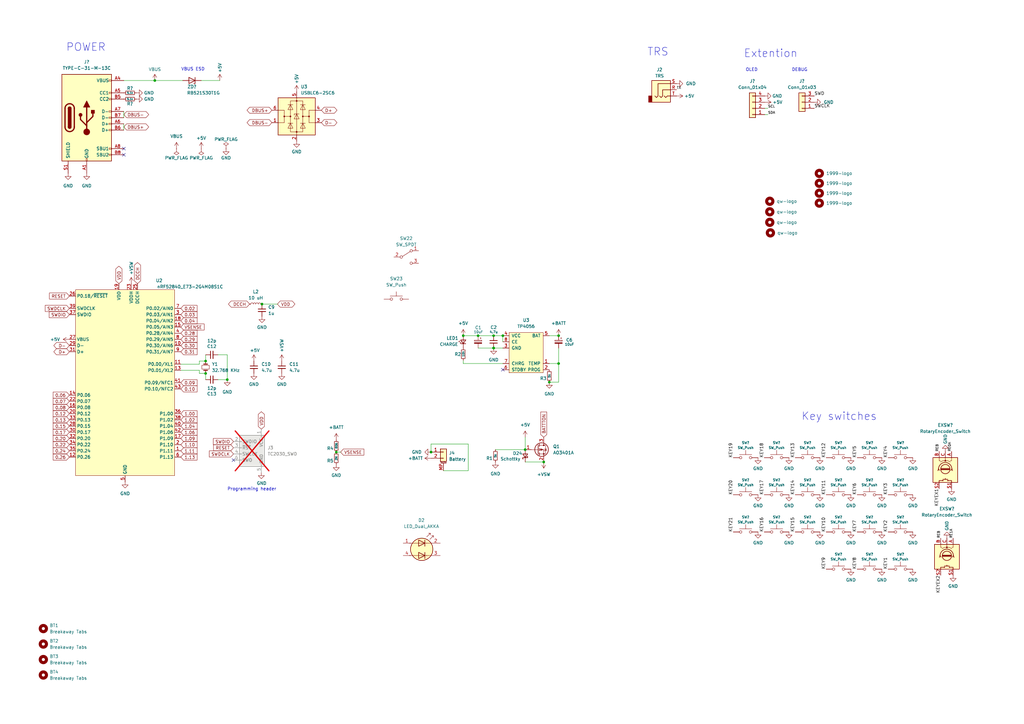
<source format=kicad_sch>
(kicad_sch (version 20230121) (generator eeschema)
  (paper "A3")
  (title_block (title "Corne Left") (date "2023-10-07") (rev "4.0.0") (company "foostan"))
  (junction (at 229.108 137.668))
  (junction (at 225.298 156.718))
  (junction (at 93.218 155.702))
  (junction (at 215.392 184.404))
  (junction (at 229.108 149.098))
  (junction (at 84.328 153.162))
  (junction (at 196.088 137.668))
  (junction (at 84.328 148.082))
  (junction (at 202.4576 142.748))
  (junction (at 107.442 124.714))
  (junction (at 137.922 185.42))
  (junction (at 189.992 137.668))
  (junction (at 63.5 33.02))
  (junction (at 223.012 189.484))
  (junction (at 202.438 137.668))
  (junction (at 206.248 137.668))
  (junction (at 176.784 185.42))
  (junction (at 202.438 142.748))
  (no_connect (at 50.8 60.96))
  (no_connect (at 206.248 151.638))
  (no_connect (at 50.8 63.5))
  (no_connect (at 95.758 188.722))
  (wire (pts (xy 196.088 142.748) (xy 202.438 142.748)))
  (wire (pts (xy 225.298 156.718) (xy 229.108 156.718)))
  (wire (pts (xy 189.992 137.668) (xy 196.088 137.668)))
  (wire (pts (xy 93.218 145.542) (xy 93.218 155.702)))
  (wire (pts (xy 89.408 145.542) (xy 93.218 145.542)))
  (wire (pts (xy 225.298 137.668) (xy 229.108 137.668)))
  (wire (pts (xy 84.328 153.162) (xy 84.328 155.702)))
  (wire (pts (xy 215.392 179.324) (xy 215.392 184.404)))
  (wire (pts (xy 192.024 193.04) (xy 192.024 182.118)))
  (wire (pts (xy 89.408 155.702) (xy 93.218 155.702)))
  (wire (pts (xy 74.168 151.892) (xy 81.788 151.892)))
  (wire (pts (xy 225.298 149.098) (xy 229.108 149.098)))
  (wire (pts (xy 206.248 149.098) (xy 189.992 149.098)))
  (wire (pts (xy 202.438 137.668) (xy 206.248 137.668)))
  (wire (pts (xy 314.96 44.45) (xy 313.69 44.45)))
  (wire (pts (xy 50.8 45.72) (xy 50.8 48.26)))
  (wire (pts (xy 137.922 185.42) (xy 139.7 185.42)))
  (wire (pts (xy 206.248 137.668) (xy 206.248 140.208)))
  (wire (pts (xy 81.788 151.892) (xy 81.788 153.162)))
  (wire (pts (xy 202.4576 142.748) (xy 206.248 142.748)))
  (wire (pts (xy 107.442 124.714) (xy 113.792 124.714)))
  (wire (pts (xy 203.2 184.404) (xy 215.392 184.404)))
  (wire (pts (xy 81.788 148.082) (xy 84.328 148.082)))
  (wire (pts (xy 196.088 137.668) (xy 202.438 137.668)))
  (wire (pts (xy 229.108 149.098) (xy 229.108 156.718)))
  (wire (pts (xy 202.438 142.748) (xy 202.4576 142.748)))
  (wire (pts (xy 314.96 46.99) (xy 313.69 46.99)))
  (wire (pts (xy 81.788 149.352) (xy 81.788 148.082)))
  (wire (pts (xy 215.392 189.484) (xy 223.012 189.484)))
  (wire (pts (xy 181.864 193.04) (xy 192.024 193.04)))
  (wire (pts (xy 63.5 33.02) (xy 74.93 33.02)))
  (wire (pts (xy 84.328 145.542) (xy 84.328 148.082)))
  (wire (pts (xy 74.168 149.352) (xy 81.788 149.352)))
  (wire (pts (xy 50.8 50.8) (xy 50.8 53.34)))
  (wire (pts (xy 229.108 142.748) (xy 229.108 149.098)))
  (wire (pts (xy 50.8 33.02) (xy 63.5 33.02)))
  (wire (pts (xy 189.992 147.828) (xy 189.992 149.098)))
  (wire (pts (xy 81.788 153.162) (xy 84.328 153.162)))
  (wire (pts (xy 192.024 182.118) (xy 176.784 182.118)))
  (wire (pts (xy 82.55 33.02) (xy 90.17 33.02)))
  (wire (pts (xy 176.784 182.118) (xy 176.784 185.42)))
  (text "Key switches" (at 328.676 172.72 0) (effects (font (size 3.175 3.175)) (justify left bottom)))
  (text "OLED" (at 305.816 29.464 0) (effects (font (size 1.27 1.27)) (justify left bottom)))
  (text "DEBUG" (at 324.739 29.464 0) (effects (font (size 1.27 1.27)) (justify left bottom)))
  (text "POWER\n" (at 27.051 21.336 0) (effects (font (size 3.175 3.175)) (justify left bottom)))
  (text "Extention" (at 305.054 23.876 0) (effects (font (size 3.175 3.175)) (justify left bottom)))
  (text "TRS" (at 265.43 23.241 0) (effects (font (size 3.175 3.175)) (justify left bottom)))
  (text "Programming header" (at 93.218 201.422 0) (effects (font (size 1.27 1.27)) (justify left bottom)))
  (text "VBUS ESD" (at 74.295 29.21 0) (effects (font (size 1.27 1.27)) (justify left bottom)))
  (label "KEY8" (at 351.536 233.426 90))
  (label "SCL" (at 314.96 44.45 0) (effects (font (size 1 1))))
  (label "KEY3" (at 364.236 202.946 90))
  (label "SDA" (at 314.96 46.99 0) (effects (font (size 1 1))))
  (label "REB" (at 385.826 220.726 90) (effects (font (size 1 1))))
  (label "KEY5" (at 351.536 187.706 90))
  (label "RE0A" (at 390.271 185.166 90) (effects (font (size 1 1))))
  (label "KEY21" (at 300.736 218.186 90))
  (label "KEY17" (at 313.436 202.946 90))
  (label "SWCLK" (at 334.01 44.45 0))
  (label "KEY20" (at 300.736 202.946 90))
  (label "KEY4" (at 364.236 187.706 90))
  (label "TX" (at 277.495 36.83 0) (effects (font (size 1 1))))
  (label "KEY18" (at 313.436 187.706 90))
  (label "KEYEX1" (at 385.191 200.406 270))
  (label "KEY7" (at 351.536 218.186 90))
  (label "KEY14" (at 326.136 202.946 90))
  (label "RE1A" (at 390.906 220.726 90) (effects (font (size 1 1))))
  (label "KEY1" (at 364.236 233.426 90))
  (label "KEY2" (at 364.236 218.186 90))
  (label "SWD" (at 334.01 39.37 0))
  (label "KEY6" (at 351.536 202.946 90))
  (label "KEY9" (at 338.836 233.426 90))
  (label "KEY13" (at 326.136 187.706 90))
  (label "KEYEX2" (at 385.826 235.966 270))
  (label "KEY15" (at 326.136 218.186 90))
  (label "KEY10" (at 338.836 218.186 90))
  (label "KEY12" (at 338.836 187.706 90))
  (label "REB" (at 385.191 185.166 90) (effects (font (size 1 1))))
  (label "KEY16" (at 313.436 218.186 90))
  (label "KEY19" (at 300.736 187.706 90))
  (label "KEY11" (at 338.836 202.946 90))
  (global_label "1.00" (shape input) (at 74.168 169.672 0) (property "Intersheetrefs" "${INTERSHEET_REFS}" (effects hide)))
  (global_label "1.04" (shape input) (at 74.168 174.752 0) (property "Intersheetrefs" "${INTERSHEET_REFS}" (effects hide)))
  (global_label "D+" (shape bidirectional) (at 131.826 45.212 0) (property "Intersheetrefs" "${INTERSHEET_REFS}" (effects hide)))
  (global_label "0.02" (shape input) (at 74.168 126.492 0) (property "Intersheetrefs" "${INTERSHEET_REFS}" (effects hide)))
  (global_label "0.03" (shape input) (at 74.168 129.032 0) (property "Intersheetrefs" "${INTERSHEET_REFS}" (effects hide)))
  (global_label "DBUS-" (shape bidirectional) (at 111.506 50.292 180) (property "Intersheetrefs" "${INTERSHEET_REFS}" (effects hide)))
  (global_label "DBUS+" (shape bidirectional) (at 50.8 52.07 0) (property "Intersheetrefs" "${INTERSHEET_REFS}" (effects hide)))
  (global_label "1.06" (shape input) (at 74.168 177.292 0) (property "Intersheetrefs" "${INTERSHEET_REFS}" (effects hide)))
  (global_label "0.20" (shape input) (at 28.448 179.832 180) (property "Intersheetrefs" "${INTERSHEET_REFS}" (effects hide)))
  (global_label "0.31" (shape input) (at 74.168 144.272 0) (property "Intersheetrefs" "${INTERSHEET_REFS}" (effects hide)))
  (global_label "1.11" (shape input) (at 74.168 184.912 0) (property "Intersheetrefs" "${INTERSHEET_REFS}" (effects hide)))
  (global_label "1.10" (shape input) (at 74.168 182.372 0) (property "Intersheetrefs" "${INTERSHEET_REFS}" (effects hide)))
  (global_label "0.13" (shape input) (at 28.448 172.212 180) (property "Intersheetrefs" "${INTERSHEET_REFS}" (effects hide)))
  (global_label "SWDIO" (shape input) (at 95.758 181.102 180) (property "Intersheetrefs" "${INTERSHEET_REFS}" (effects hide)))
  (global_label "0.28" (shape input) (at 74.168 136.652 0) (property "Intersheetrefs" "${INTERSHEET_REFS}" (effects hide)))
  (global_label "0.29" (shape input) (at 74.168 139.192 0) (property "Intersheetrefs" "${INTERSHEET_REFS}" (effects hide)))
  (global_label "0.10" (shape input) (at 74.168 159.512 0) (property "Intersheetrefs" "${INTERSHEET_REFS}" (effects hide)))
  (global_label "SWDIO" (shape input) (at 28.448 129.032 180) (property "Intersheetrefs" "${INTERSHEET_REFS}" (effects hide)))
  (global_label "D-" (shape bidirectional) (at 28.448 141.732 180) (property "Intersheetrefs" "${INTERSHEET_REFS}" (effects hide)))
  (global_label "SWDCLK" (shape input) (at 95.758 186.182 180) (property "Intersheetrefs" "${INTERSHEET_REFS}" (effects hide)))
  (global_label "DCCH" (shape bidirectional) (at 56.388 116.332 90) (property "Intersheetrefs" "${INTERSHEET_REFS}" (effects hide)))
  (global_label "DBUS+" (shape bidirectional) (at 111.506 45.212 180) (property "Intersheetrefs" "${INTERSHEET_REFS}" (effects hide)))
  (global_label "0.17" (shape input) (at 28.448 177.292 180) (property "Intersheetrefs" "${INTERSHEET_REFS}" (effects hide)))
  (global_label "SWDCLK" (shape input) (at 28.448 126.492 180) (property "Intersheetrefs" "${INTERSHEET_REFS}" (effects hide)))
  (global_label "0.26" (shape input) (at 28.448 187.452 180) (property "Intersheetrefs" "${INTERSHEET_REFS}" (effects hide)))
  (global_label "DBUS-" (shape bidirectional) (at 50.8 46.99 0) (property "Intersheetrefs" "${INTERSHEET_REFS}" (effects hide)))
  (global_label "VDD" (shape bidirectional) (at 107.188 176.022 90) (property "Intersheetrefs" "${INTERSHEET_REFS}" (effects hide)))
  (global_label "VDD" (shape bidirectional) (at 113.792 124.714 0) (property "Intersheetrefs" "${INTERSHEET_REFS}" (effects hide)))
  (global_label "1.09" (shape input) (at 74.168 179.832 0) (property "Intersheetrefs" "${INTERSHEET_REFS}" (effects hide)))
  (global_label "0.06" (shape input) (at 28.448 162.052 180) (property "Intersheetrefs" "${INTERSHEET_REFS}" (effects hide)))
  (global_label "0.09" (shape input) (at 74.168 156.972 0) (property "Intersheetrefs" "${INTERSHEET_REFS}" (effects hide)))
  (global_label "0.12" (shape input) (at 28.448 169.672 180) (property "Intersheetrefs" "${INTERSHEET_REFS}" (effects hide)))
  (global_label "VDD" (shape bidirectional) (at 48.768 116.332 90) (property "Intersheetrefs" "${INTERSHEET_REFS}" (effects hide)))
  (global_label "1.02" (shape input) (at 74.168 172.212 0) (property "Intersheetrefs" "${INTERSHEET_REFS}" (effects hide)))
  (global_label "VSENSE" (shape input) (at 74.168 134.112 0) (property "Intersheetrefs" "${INTERSHEET_REFS}" (effects hide)))
  (global_label "RESET" (shape input) (at 95.758 183.642 180) (property "Intersheetrefs" "${INTERSHEET_REFS}" (effects hide)))
  (global_label "D-" (shape bidirectional) (at 131.826 50.292 0) (property "Intersheetrefs" "${INTERSHEET_REFS}" (effects hide)))
  (global_label "0.08" (shape input) (at 28.448 167.132 180) (property "Intersheetrefs" "${INTERSHEET_REFS}" (effects hide)))
  (global_label "D+" (shape bidirectional) (at 28.448 144.272 180) (property "Intersheetrefs" "${INTERSHEET_REFS}" (effects hide)))
  (global_label "BATTTON" (shape input) (at 223.012 179.324 90) (property "Intersheetrefs" "${INTERSHEET_REFS}" (effects hide)))
  (global_label "1.13" (shape input) (at 74.168 187.452 0) (property "Intersheetrefs" "${INTERSHEET_REFS}" (effects hide)))
  (global_label "DCCH" (shape bidirectional) (at 102.362 124.714 180) (property "Intersheetrefs" "${INTERSHEET_REFS}" (effects hide)))
  (global_label "VSENSE" (shape input) (at 139.7 185.42 0) (property "Intersheetrefs" "${INTERSHEET_REFS}" (effects hide)))
  (global_label "0.30" (shape input) (at 74.168 141.732 0) (property "Intersheetrefs" "${INTERSHEET_REFS}" (effects hide)))
  (global_label "0.04" (shape input) (at 74.168 131.572 0) (property "Intersheetrefs" "${INTERSHEET_REFS}" (effects hide)))
  (global_label "0.07" (shape input) (at 28.448 164.592 180) (property "Intersheetrefs" "${INTERSHEET_REFS}" (effects hide)))
  (global_label "0.24" (shape input) (at 28.448 184.912 180) (property "Intersheetrefs" "${INTERSHEET_REFS}" (effects hide)))
  (global_label "RESET" (shape input) (at 28.448 121.412 180) (property "Intersheetrefs" "${INTERSHEET_REFS}" (effects hide)))
  (global_label "0.22" (shape input) (at 28.448 182.372 180) (property "Intersheetrefs" "${INTERSHEET_REFS}" (effects hide)))
  (global_label "0.15" (shape input) (at 28.448 174.752 180) (property "Intersheetrefs" "${INTERSHEET_REFS}" (effects hide)))
  (symbol (lib_id "power:GND") (at 55.88 38.1 90) (unit 1)
    (property "Reference" "#PWR?" (effects hide))
    (property "Value" "GND" (at 59.055 38.1 90) (effects (justify right)))
    (instances (project "corne73" (path "" (reference "#PWR?") (unit 1)) (path "" (reference "#PWR05") (unit 1))))
  )
  (symbol (lib_id "power:GND") (at 348.996 233.426 0) (unit 1)
    (property "Reference" "#PWR?" (effects hide))
    (property "Value" "GND" (at 348.996 237.871 0))
    (instances (project "corne73" (path "" (reference "#PWR?") (unit 1)) (path "" (reference "#PWR044") (unit 1))))
  )
  (symbol (lib_id "power:GND") (at 121.666 57.912 0) (unit 1)
    (property "Reference" "#PWR025" (effects hide))
    (property "Value" "GND" (at 121.666 62.23 0))
  )
  (symbol (lib_id "power:GND") (at 310.896 218.186 0) (unit 1)
    (property "Reference" "#PWR?" (effects hide))
    (property "Value" "GND" (at 310.896 222.631 0))
    (instances (project "corne73" (path "" (reference "#PWR?") (unit 1)) (path "" (reference "#PWR030") (unit 1))))
  )
  (symbol (lib_id "power:GND") (at 388.366 220.726 180) (unit 1)
    (property "Reference" "#PWR?" (effects hide))
    (property "Value" "GND" (at 388.366 215.646 90))
    (instances (project "corne73" (path "" (reference "#PWR?") (unit 1)) (path "" (reference "#PWR055") (unit 1))))
  )
  (symbol (lib_id "PCM_marbastlib-various:nRF52840_E73-2G4M08S1C") (at 51.308 156.972 0) (unit 1)
    (property "Reference" "U2" (at 65.278 115.062 0))
    (property "Value" "nRF52840_E73-2G4M08S1C" (at 77.978 117.602 0))
    (property "Footprint" "PCM_marbastlib-various:nRF52840_E73-2G4M08S1C" (effects hide))
    (property "Datasheet" "https://www.ebyte.com/en/downpdf.aspx?id=445" (effects hide))
    (property "LCSC" "C356849" (effects hide))
    (instances (project "qorne-pcb" (path "" (reference "U2") (unit 1))) (project "corne73" (path "" (reference "U1") (unit 1))) (project "Quantum-BLE" (path "" (reference "U3") (unit 1))))
  )
  (symbol (lib_id "Device:R_Small") (at 137.922 182.88 0) (unit 1)
    (property "Reference" "R4" (at 134.112 183.896 0) (effects (justify left)))
    (property "Value" "806" (at 137.9768 184.0524 90) (effects (font (size 0.8 0.8)) (justify left)))
    (property "Footprint" "Resistor_SMD:R_0603_1608Metric" (effects hide))
    (instances (project "qorne-pcb" (path "" (reference "R4") (unit 1))) (project "corne73" (path "" (reference "R3") (unit 1))) (project "Quantum-BLE" (path "" (reference "R6") (unit 1))))
  )
  (symbol (lib_id "power:GND") (at 55.88 40.64 90) (unit 1)
    (property "Reference" "#PWR?" (effects hide))
    (property "Value" "GND" (at 59.055 40.64 90) (effects (justify right)))
    (instances (project "corne73" (path "" (reference "#PWR?") (unit 1)) (path "" (reference "#PWR06") (unit 1))))
  )
  (symbol (lib_id "Switch:SW_Push") (at 356.616 187.706 0) (unit 1)
    (property "Reference" "SW?" (at 356.616 181.61 0) (effects (font (size 1 1))))
    (property "Value" "SW_Push" (at 356.616 183.642 0) (effects (font (size 1 1))))
    (property "Footprint" "kbd:keyswitch_cherrymx_hotswap_1u" (effects hide))
    (instances (project "corne73" (path "" (reference "SW?") (unit 1)) (path "" (reference "SW5") (unit 1))))
  )
  (symbol (lib_id "power:GND") (at 323.596 202.946 0) (unit 1)
    (property "Reference" "#PWR?" (effects hide))
    (property "Value" "GND" (at 323.596 207.391 0))
    (instances (project "corne73" (path "" (reference "#PWR?") (unit 1)) (path "" (reference "#PWR032") (unit 1))))
  )
  (symbol (lib_id "power:GND") (at 336.296 218.186 0) (unit 1)
    (property "Reference" "#PWR?" (effects hide))
    (property "Value" "GND" (at 336.296 222.631 0))
    (instances (project "corne73" (path "" (reference "#PWR?") (unit 1)) (path "" (reference "#PWR038") (unit 1))))
  )
  (symbol (lib_name "SW_Push_1") (lib_id "Switch:SW_Push") (at 369.316 187.706 0) (unit 1)
    (property "Reference" "SW?" (at 369.316 181.61 0) (effects (font (size 1 1))))
    (property "Value" "SW_Push" (at 369.316 183.642 0) (effects (font (size 1 1))))
    (property "Footprint" "kbd:keyswitch_cherrymx_hotswap_1u" (effects hide))
    (instances (project "corne73" (path "" (reference "SW?") (unit 1)) (path "" (reference "SW4") (unit 1))))
  )
  (symbol (lib_id "Device:C_Small") (at 107.442 127.254 0) (unit 1)
    (property "Reference" "C9" (at 109.982 125.9903 0) (effects (justify left)))
    (property "Value" "1u" (at 109.982 128.5303 0) (effects (justify left)))
    (property "Footprint" "Capacitor_SMD:C_0603_1608Metric" (effects hide))
    (property "Notes" "X7R, 10%" (effects hide))
    (instances (project "hotswap_ble" (path "" (reference "C9") (unit 1))) (project "qorne-pcb" (path "" (reference "C5") (unit 1))) (project "corne73" (path "" (reference "C4") (unit 1))) (project "osprey_rev_a" (path "" (reference "C14") (unit 1))) (project "Quantum-BLE" (path "" (reference "C4") (unit 1))))
  )
  (symbol (lib_id "power:GND") (at 348.996 202.946 0) (unit 1)
    (property "Reference" "#PWR?" (effects hide))
    (property "Value" "GND" (at 348.996 207.391 0))
    (instances (project "corne73" (path "" (reference "#PWR?") (unit 1)) (path "" (reference "#PWR042") (unit 1))))
  )
  (symbol (lib_id "Switch:SW_Push") (at 343.916 187.706 0) (unit 1)
    (property "Reference" "SW?" (at 343.916 181.61 0) (effects (font (size 1 1))))
    (property "Value" "SW_Push" (at 343.916 183.642 0) (effects (font (size 1 1))))
    (property "Footprint" "kbd:keyswitch_cherrymx_hotswap_1u" (effects hide))
    (instances (project "corne73" (path "" (reference "SW?") (unit 1)) (path "" (reference "SW12") (unit 1))))
  )
  (symbol (lib_id "Switch:SW_Push") (at 356.616 218.186 0) (unit 1)
    (property "Reference" "SW?" (at 356.616 212.09 0) (effects (font (size 1 1))))
    (property "Value" "SW_Push" (at 356.616 214.122 0) (effects (font (size 1 1))))
    (property "Footprint" "kbd:keyswitch_cherrymx_hotswap_1u" (effects hide))
    (instances (project "corne73" (path "" (reference "SW?") (unit 1)) (path "" (reference "SW7") (unit 1))))
  )
  (symbol (lib_id "power:VBUS") (at 72.39 60.96 0) (unit 1)
    (property "Reference" "#PWR?" (effects hide))
    (property "Value" "VBUS" (at 72.39 55.88 0))
    (instances (project "corne73" (path "" (reference "#PWR?") (unit 1)) (path "" (reference "#PWR011") (unit 1))))
  )
  (symbol (lib_id "Device:R_Small") (at 203.2 186.944 0) (unit 1)
    (property "Reference" "R1" (at 199.39 187.96 0) (effects (justify left)))
    (property "Value" "5k" (at 203.2 187.706 90) (effects (font (size 0.8 0.8)) (justify left)))
    (property "Footprint" "Resistor_SMD:R_0603_1608Metric" (effects hide))
    (instances (project "qorne-pcb" (path "" (reference "R1") (unit 1))) (project "corne73" (path "" (reference "R6") (unit 1))) (project "Quantum-BLE" (path "" (reference "R3") (unit 1))))
  )
  (symbol (lib_id "power:GND") (at 35.56 71.12 0) (unit 1)
    (property "Reference" "#PWR?" (effects hide))
    (property "Value" "GND" (at 35.56 76.2 0))
    (instances (project "corne73" (path "" (reference "#PWR?") (unit 1)) (path "" (reference "#PWR03") (unit 1))))
  )
  (symbol (lib_id "Switch:SW_Push") (at 305.816 218.186 0) (unit 1)
    (property "Reference" "SW?" (at 305.816 212.09 0) (effects (font (size 1 1))))
    (property "Value" "SW_Push" (at 305.816 214.122 0) (effects (font (size 1 1))))
    (property "Footprint" "kbd:keyswitch_cherrymx_hotswap_1u" (effects hide))
    (instances (project "corne73" (path "" (reference "SW?") (unit 1)) (path "" (reference "SW21") (unit 1))))
  )
  (symbol (lib_id "Connector_Generic_MountingPin:Conn_01x02_MountingPin") (at 181.864 185.42 0) (unit 1)
    (property "Reference" "J4" (at 184.15 185.7756 0) (effects (justify left)))
    (property "Value" "Battery" (at 184.15 188.3156 0) (effects (justify left)))
    (property "Footprint" "Connector_Molex:Molex_Pico-EZmate_78171-0002_1x02-1MP_P1.20mm_Vertical" (effects hide))
    (instances (project "qorne-pcb" (path "" (reference "J4") (unit 1))) (project "corne73" (path "" (reference "J6") (unit 1))) (project "Quantum-BLE" (path "" (reference "J3") (unit 1))))
  )
  (symbol (lib_id "power:GND") (at 374.396 218.186 0) (unit 1)
    (property "Reference" "#PWR?" (effects hide))
    (property "Value" "GND" (at 374.396 222.631 0))
    (instances (project "corne73" (path "" (reference "#PWR?") (unit 1)) (path "" (reference "#PWR052") (unit 1))))
  )
  (symbol (lib_id "Switch:SW_Push") (at 305.816 187.706 0) (unit 1)
    (property "Reference" "SW?" (at 305.816 181.61 0) (effects (font (size 1 1))))
    (property "Value" "SW_Push" (at 305.816 183.642 0) (effects (font (size 1 1))))
    (property "Footprint" "kbd:keyswitch_cherrymx_hotswap_1u" (effects hide))
    (instances (project "corne73" (path "" (reference "SW?") (unit 1)) (path "" (reference "SW19") (unit 1))))
  )
  (symbol (lib_id "Device:C_Polarized_Small") (at 229.108 140.208 0) (mirror y) (unit 1)
    (property "Reference" "C6" (at 232.156 139.446 0) (effects (justify right)))
    (property "Value" "10uF" (at 231.648 141.224 0) (effects (font (size 1 1)) (justify right)))
    (property "Footprint" "Capacitor_Tantalum_SMD:CP_EIA-2012-12_Kemet-R" (effects hide))
    (instances (project "qorne-pcb" (path "" (reference "C6") (unit 1))) (project "corne73" (path "" (reference "C8") (unit 1))) (project "Quantum-BLE" (path "" (reference "C3") (unit 1))))
  )
  (symbol (lib_id "power:+VSW") (at 53.848 116.332 0) (unit 1)
    (property "Reference" "#PWR019" (effects hide))
    (property "Value" "+VSW" (at 53.848 109.982 90))
    (instances (project "hotswap_ble" (path "" (reference "#PWR019") (unit 1))) (project "qorne-pcb" (path "" (reference "#PWR011") (unit 1))) (project "corne73" (path "" (reference "#PWR08") (unit 1))) (project "osprey_rev_a" (path "" (reference "#PWR019") (unit 1))) (project "Quantum-BLE" (path "" (reference "#PWR018") (unit 1))))
  )
  (symbol (lib_id "power:GND") (at 310.896 187.706 0) (unit 1)
    (property "Reference" "#PWR?" (effects hide))
    (property "Value" "GND" (at 310.896 192.151 0))
    (instances (project "corne73" (path "" (reference "#PWR?") (unit 1)) (path "" (reference "#PWR028") (unit 1))))
  )
  (symbol (lib_id "Switch:SW_Push") (at 356.616 202.946 0) (unit 1)
    (property "Reference" "SW?" (at 356.616 196.85 0) (effects (font (size 1 1))))
    (property "Value" "SW_Push" (at 356.616 198.882 0) (effects (font (size 1 1))))
    (property "Footprint" "kbd:keyswitch_cherrymx_hotswap_1u" (effects hide))
    (instances (project "corne73" (path "" (reference "SW?") (unit 1)) (path "" (reference "SW6") (unit 1))))
  )
  (symbol (lib_id "Mechanical:MountingHole") (at 315.976 95.504 0) (unit 1) (in_bom no)
    (property "Reference" "H13" (effects hide))
    (property "Value" "qw-logo" (at 318.77 95.504 0) (effects (justify left)))
    (property "Footprint" "qw-logo:qw new logo silk + copper sm" (effects hide))
    (instances (project "qorne-pcb" (path "" (reference "H13") (unit 1))) (project "corne73" (path "" (reference "H4") (unit 1))))
  )
  (symbol (lib_id "power:+5V") (at 313.69 41.91 270) (unit 1)
    (property "Reference" "#PWR?" (effects hide))
    (property "Value" "+5V" (at 316.865 41.91 90) (effects (justify left)))
    (instances (project "corne73" (path "" (reference "#PWR?") (unit 1)) (path "" (reference "#PWR061") (unit 1))))
  )
  (symbol (lib_id "Device:LED_Dual_AKKA") (at 172.974 225.298 0) (unit 1)
    (property "Reference" "D2" (at 172.847 213.36 0))
    (property "Value" "LED_Dual_AKKA" (at 172.847 215.9 0))
  )
  (symbol (lib_id "power:GND") (at 203.2 189.484 0) (unit 1)
    (property "Reference" "#PWR09" (effects hide))
    (property "Value" "GND" (at 203.2 194.31 0))
    (instances (project "qorne-pcb" (path "" (reference "#PWR09") (unit 1))) (project "corne73" (path "" (reference "#PWR027") (unit 1))) (project "Quantum-BLE" (path "" (reference "#PWR014") (unit 1))))
  )
  (symbol (lib_id "power:GND") (at 336.296 202.946 0) (unit 1)
    (property "Reference" "#PWR?" (effects hide))
    (property "Value" "GND" (at 336.296 207.391 0))
    (instances (project "corne73" (path "" (reference "#PWR?") (unit 1)) (path "" (reference "#PWR037") (unit 1))))
  )
  (symbol (lib_id "Switch:SW_Push") (at 369.316 233.426 0) (unit 1)
    (property "Reference" "SW?" (at 369.316 227.33 0) (effects (font (size 1 1))))
    (property "Value" "SW_Push" (at 369.316 229.362 0) (effects (font (size 1 1))))
    (property "Footprint" "kbd:keyswitch_cherrymx_hotswap_1.5u" (effects hide))
    (instances (project "corne73" (path "" (reference "SW?") (unit 1)) (path "" (reference "SW1") (unit 1))))
  )
  (symbol (lib_id "Switch:SW_Push") (at 331.216 202.946 0) (unit 1)
    (property "Reference" "SW?" (at 331.216 196.85 0) (effects (font (size 1 1))))
    (property "Value" "SW_Push" (at 331.216 198.882 0) (effects (font (size 1 1))))
    (property "Footprint" "kbd:keyswitch_cherrymx_hotswap_1u" (effects hide))
    (instances (project "corne73" (path "" (reference "SW?") (unit 1)) (path "" (reference "SW14") (unit 1))))
  )
  (symbol (lib_id "Mechanical:MountingHole") (at 17.78 264.16 0) (unit 1)
    (property "Reference" "BT2" (at 20.32 262.89 0) (effects (justify left)))
    (property "Value" "Breakaway Tabs" (at 20.32 265.43 0) (effects (justify left)))
    (property "Footprint" "kbd_local:Breakaway_Tabs" (effects hide))
  )
  (symbol (lib_id "Switch:SW_Push") (at 318.516 202.946 0) (unit 1)
    (property "Reference" "SW?" (at 318.516 196.85 0) (effects (font (size 1 1))))
    (property "Value" "SW_Push" (at 318.516 198.882 0) (effects (font (size 1 1))))
    (property "Footprint" "kbd:keyswitch_cherrymx_hotswap_1u" (effects hide))
    (instances (project "corne73" (path "" (reference "SW?") (unit 1)) (path "" (reference "SW17") (unit 1))))
  )
  (symbol (lib_id "PCM_marbastlib-various:TP4056") (at 216.408 144.018 0) (unit 1)
    (property "Reference" "U3" (at 215.773 131.318 0))
    (property "Value" "TP4056" (at 215.773 133.858 0))
    (property "Footprint" "qw-footprints:CustomTP4056" (effects hide))
    (property "Datasheet" "https://datasheet.lcsc.com/szlcsc/1906261508_Nanjing-Extension-Microelectronics-TP4056-42-ESOP8_C16581.pdf" (effects hide))
    (property "LCSC" "C16581" (effects hide))
    (instances (project "qorne-pcb" (path "" (reference "U3") (unit 1))) (project "corne73" (path "" (reference "U2") (unit 1))) (project "Quantum-BLE" (path "" (reference "U2") (unit 1))))
  )
  (symbol (lib_id "Device:Crystal_Small") (at 84.328 150.622 90) (unit 1)
    (property "Reference" "Y1" (at 86.868 149.352 90) (effects (justify right)))
    (property "Value" "32.768 KHz" (at 86.868 151.892 90) (effects (justify right)))
    (property "Footprint" "Crystal:Crystal_SMD_2012-2Pin_2.0x1.2mm" (effects hide))
    (property "Datasheet" "https://datasheet.lcsc.com/szlcsc/KDS-Daishinku-KDS-32-768KHz-12-5PF-20ppm_C93231.pdf" (effects hide))
    (property "LCSC" "C55208" (effects hide))
  )
  (symbol (lib_id "power:GND") (at 336.296 187.706 0) (unit 1)
    (property "Reference" "#PWR?" (effects hide))
    (property "Value" "GND" (at 336.296 192.151 0))
    (instances (project "corne73" (path "" (reference "#PWR?") (unit 1)) (path "" (reference "#PWR036") (unit 1))))
  )
  (symbol (lib_id "power:GND") (at 334.01 41.91 90) (unit 1)
    (property "Reference" "#PWR?" (effects hide))
    (property "Value" "GND" (at 337.82 41.91 90) (effects (justify right)))
    (instances (project "corne73" (path "" (reference "#PWR?") (unit 1)) (path "" (reference "#PWR062") (unit 1))))
  )
  (symbol (lib_id "power:PWR_FLAG") (at 92.71 60.96 0) (unit 1)
    (property "Reference" "#FLG?" (effects hide))
    (property "Value" "PWR_FLAG" (at 92.71 57.15 0))
    (instances (project "corne73" (path "" (reference "#FLG?") (unit 1)) (path "" (reference "#FLG03") (unit 1))))
  )
  (symbol (lib_id "power:GND") (at 107.442 129.794 0) (unit 1)
    (property "Reference" "#PWR020" (effects hide))
    (property "Value" "GND" (at 107.442 134.239 0))
    (instances (project "hotswap_ble" (path "" (reference "#PWR020") (unit 1))) (project "qorne-pcb" (path "" (reference "#PWR018") (unit 1))) (project "corne73" (path "" (reference "#PWR015") (unit 1))) (project "osprey_rev_a" (path "" (reference "#PWR028") (unit 1))) (project "Quantum-BLE" (path "" (reference "#PWR017") (unit 1))))
  )
  (symbol (lib_id "Device:C_Small") (at 104.14 150.622 0) (unit 1)
    (property "Reference" "C10" (at 107.188 149.3583 0) (effects (justify left)))
    (property "Value" "4.7u" (at 107.188 151.8983 0) (effects (justify left)))
    (property "Footprint" "Capacitor_SMD:C_0603_1608Metric" (effects hide))
    (property "Notes" "X7R, 10%" (effects hide))
    (instances (project "hotswap_ble" (path "" (reference "C10") (unit 1))) (project "qorne-pcb" (path "" (reference "C7") (unit 1))) (project "corne73" (path "" (reference "C3") (unit 1))) (project "osprey_rev_a" (path "" (reference "C19") (unit 1))) (project "Quantum-BLE" (path "" (reference "C7") (unit 1))))
  )
  (symbol (lib_id "Mechanical:MountingHole") (at 336.042 79.248 0) (unit 1) (in_bom no)
    (property "Reference" "H16" (effects hide))
    (property "Value" "1999-logo" (at 338.836 79.248 0) (effects (justify left)))
    (property "Footprint" "1999:1999 logo md" (effects hide))
    (instances (project "qorne-pcb" (path "" (reference "H16") (unit 1))) (project "corne73" (path "" (reference "H7") (unit 1))))
  )
  (symbol (lib_id "Device:C_Small") (at 202.438 140.208 0) (mirror y) (unit 1)
    (property "Reference" "C2" (at 203.8079 134.2604 0) (effects (justify left)))
    (property "Value" "4.7u" (at 204.216 136.144 0) (effects (font (size 1 1)) (justify left)))
    (property "Footprint" "Capacitor_SMD:C_0603_1608Metric" (effects hide))
    (instances (project "qorne-pcb" (path "" (reference "C2") (unit 1))) (project "corne73" (path "" (reference "C7") (unit 1))) (project "Quantum-BLE" (path "" (reference "C1") (unit 1))))
  )
  (symbol (lib_id "Device:C_Small") (at 86.868 145.542 90) (unit 1)
    (property "Reference" "C12" (at 86.868 142.0622 90))
    (property "Value" "12p" (at 86.868 139.7508 90))
    (property "Footprint" "Capacitor_SMD:C_0603_1608Metric" (effects hide))
    (property "Notes" "NP0, 2%" (effects hide))
    (instances (project "hotswap_ble" (path "" (reference "C12") (unit 1))) (project "qorne-pcb" (path "" (reference "C3") (unit 1))) (project "corne73" (path "" (reference "C1") (unit 1))) (project "osprey_rev_a" (path "" (reference "C1") (unit 1))) (project "Quantum-BLE" (path "" (reference "C5") (unit 1))))
  )
  (symbol (lib_id "Switch:SW_Push") (at 318.516 218.186 0) (unit 1)
    (property "Reference" "SW?" (at 318.516 212.09 0) (effects (font (size 1 1))))
    (property "Value" "SW_Push" (at 318.516 214.122 0) (effects (font (size 1 1))))
    (property "Footprint" "kbd:keyswitch_cherrymx_hotswap_1u" (effects hide))
    (instances (project "corne73" (path "" (reference "SW?") (unit 1)) (path "" (reference "SW16") (unit 1))))
  )
  (symbol (lib_id "Mechanical:MountingHole") (at 315.722 91.186 0) (unit 1) (in_bom no)
    (property "Reference" "H12" (effects hide))
    (property "Value" "qw-logo" (at 318.516 91.186 0) (effects (justify left)))
    (property "Footprint" "qw-logo:qw new logo silk + copper sm" (effects hide))
    (instances (project "qorne-pcb" (path "" (reference "H12") (unit 1))) (project "corne73" (path "" (reference "H3") (unit 1))))
  )
  (symbol (lib_id "power:+BATT") (at 137.922 180.34 0) (unit 1)
    (property "Reference" "#PWR03" (effects hide))
    (property "Value" "+BATT" (at 137.922 175.26 0))
    (instances (project "qorne-pcb" (path "" (reference "#PWR03") (unit 1))) (project "corne73" (path "" (reference "#PWR020") (unit 1))) (project "Quantum-BLE" (path "" (reference "#PWR09") (unit 1))))
  )
  (symbol (lib_id "Switch:SW_Push") (at 331.216 218.186 0) (unit 1)
    (property "Reference" "SW?" (at 331.216 212.09 0) (effects (font (size 1 1))))
    (property "Value" "SW_Push" (at 331.216 214.122 0) (effects (font (size 1 1))))
    (property "Footprint" "kbd:keyswitch_cherrymx_hotswap_1u" (effects hide))
    (instances (project "corne73" (path "" (reference "SW?") (unit 1)) (path "" (reference "SW15") (unit 1))))
  )
  (symbol (lib_id "Device:RotaryEncoder_Switch") (at 388.366 228.346 270) (unit 1)
    (property "Reference" "EXSW?" (at 388.366 208.661 90))
    (property "Value" "RotaryEncoder_Switch" (at 388.366 211.201 90))
    (property "Footprint" "kbd_local:keyswitch_cherrymx_hotswap_1u_rotary_encoder_ec12" (effects hide))
    (instances (project "corne73" (path "" (reference "EXSW?") (unit 1)) (path "" (reference "EXSW2") (unit 1))))
  )
  (symbol (lib_id "Power_Protection:USBLC6-2SC6") (at 121.666 47.752 0) (unit 1)
    (property "Reference" "U3" (at 123.3171 35.56 0) (effects (justify left)))
    (property "Value" "USBLC6-2SC6" (at 123.3171 38.1 0) (effects (justify left)))
    (property "Footprint" "Package_TO_SOT_SMD:SOT-23-6" (effects hide))
    (property "Datasheet" "https://www.st.com/resource/en/datasheet/usblc6-2.pdf" (effects hide))
  )
  (symbol (lib_id "Switch:SW_Push") (at 318.516 187.706 0) (unit 1)
    (property "Reference" "SW?" (at 318.516 181.61 0) (effects (font (size 1 1))))
    (property "Value" "SW_Push" (at 318.516 183.642 0) (effects (font (size 1 1))))
    (property "Footprint" "kbd:keyswitch_cherrymx_hotswap_1u" (effects hide))
    (instances (project "corne73" (path "" (reference "SW?") (unit 1)) (path "" (reference "SW18") (unit 1))))
  )
  (symbol (lib_id "power:+5V") (at 121.666 37.592 0) (unit 1)
    (property "Reference" "#PWR?" (effects hide))
    (property "Value" "+5V" (at 121.666 34.417 90) (effects (justify left)))
    (instances (project "corne73" (path "" (reference "#PWR?") (unit 1)) (path "" (reference "#PWR045") (unit 1))))
  )
  (symbol (lib_id "power:GND") (at 348.996 187.706 0) (unit 1)
    (property "Reference" "#PWR?" (effects hide))
    (property "Value" "GND" (at 348.996 192.151 0))
    (instances (project "corne73" (path "" (reference "#PWR?") (unit 1)) (path "" (reference "#PWR041") (unit 1))))
  )
  (symbol (lib_id "power:GND") (at 374.396 233.426 0) (unit 1)
    (property "Reference" "#PWR?" (effects hide))
    (property "Value" "GND" (at 374.396 237.871 0))
    (instances (project "corne73" (path "" (reference "#PWR?") (unit 1)) (path "" (reference "#PWR053") (unit 1))))
  )
  (symbol (lib_id "Mechanical:MountingHole") (at 336.042 71.12 0) (unit 1) (in_bom no)
    (property "Reference" "H14" (effects hide))
    (property "Value" "1999-logo" (at 338.836 71.12 0) (effects (justify left)))
    (property "Footprint" "1999:1999 logo md" (effects hide))
    (instances (project "qorne-pcb" (path "" (reference "H14") (unit 1))) (project "corne73" (path "" (reference "H5") (unit 1))))
  )
  (symbol (lib_id "power:GND") (at 202.4576 142.748 0) (unit 1)
    (property "Reference" "#PWR016" (effects hide))
    (property "Value" "GND" (at 202.4576 147.574 0))
    (instances (project "qorne-pcb" (path "" (reference "#PWR016") (unit 1))) (project "corne73" (path "" (reference "#PWR026") (unit 1))) (project "Quantum-BLE" (path "" (reference "#PWR05") (unit 1))))
  )
  (symbol (lib_id "power:GND") (at 313.69 39.37 90) (unit 1)
    (property "Reference" "#PWR?" (effects hide))
    (property "Value" "GND" (at 318.77 39.37 90))
    (instances (project "corne73" (path "" (reference "#PWR?") (unit 1)) (path "" (reference "#PWR060") (unit 1))))
  )
  (symbol (lib_id "power:+VSW") (at 223.012 189.484 180) (unit 1)
    (property "Reference" "#PWR014" (effects hide))
    (property "Value" "+VSW" (at 223.012 194.564 0))
    (instances (project "qorne-pcb" (path "" (reference "#PWR014") (unit 1))) (project "corne73" (path "" (reference "#PWR035") (unit 1))) (project "Quantum-BLE" (path "" (reference "#PWR013") (unit 1))))
  )
  (symbol (lib_id "power:+5V") (at 215.392 179.324 0) (unit 1)
    (property "Reference" "#PWR012" (effects hide))
    (property "Value" "+5V" (at 215.392 174.244 0))
    (instances (project "qorne-pcb" (path "" (reference "#PWR012") (unit 1))) (project "corne73" (path "" (reference "#PWR034") (unit 1))) (project "Quantum-BLE" (path "" (reference "#PWR012") (unit 1))))
  )
  (symbol (lib_id "power:GND") (at 361.696 233.426 0) (unit 1)
    (property "Reference" "#PWR?" (effects hide))
    (property "Value" "GND" (at 361.696 237.871 0))
    (instances (project "corne73" (path "" (reference "#PWR?") (unit 1)) (path "" (reference "#PWR049") (unit 1))))
  )
  (symbol (lib_id "Diode:ESD5Zxx") (at 78.74 33.02 180) (unit 1)
    (property "Reference" "ZD?" (at 80.645 35.56 0) (effects (justify left)))
    (property "Value" "RB521S30T1G" (at 90.17 38.1 0) (effects (justify left)))
    (property "Footprint" "Diode_SMD:D_SOD-523" (effects hide))
    (property "JLCPCB Part #" "C145179" (effects hide))
    (instances (project "corne73" (path "" (reference "ZD?") (unit 1)) (path "" (reference "ZD1") (unit 1))))
  )
  (symbol (lib_id "power:GND") (at 323.596 218.186 0) (unit 1)
    (property "Reference" "#PWR?" (effects hide))
    (property "Value" "GND" (at 323.596 222.631 0))
    (instances (project "corne73" (path "" (reference "#PWR?") (unit 1)) (path "" (reference "#PWR033") (unit 1))))
  )
  (symbol (lib_id "PCM_marbastlib-various:TC2030_SWD") (at 102.108 186.182 0) (unit 1) (in_bom no) (dnp yes)
    (property "Reference" "J3" (at 109.728 183.642 0) (effects (justify left)))
    (property "Value" "TC2030_SWD" (at 109.728 186.182 0) (effects (justify left)))
    (property "Footprint" "PCM_marbastlib-various:CON_TC2030_outlined" (effects hide))
    (property "Datasheet" " ~" (effects hide))
    (instances (project "hotswap_ble" (path "" (reference "J3") (unit 1))) (project "qorne-pcb" (path "" (reference "J2") (unit 1))) (project "corne73" (path "" (reference "J5") (unit 1))) (project "Quantum-BLE" (path "" (reference "J2") (unit 1))))
  )
  (symbol (lib_id "power:+VSW") (at 115.57 148.082 0) (unit 1)
    (property "Reference" "#PWR018" (effects hide))
    (property "Value" "+VSW" (at 115.57 141.732 90))
    (instances (project "hotswap_ble" (path "" (reference "#PWR018") (unit 1))) (project "qorne-pcb" (path "" (reference "#PWR023") (unit 1))) (project "corne73" (path "" (reference "#PWR018") (unit 1))) (project "osprey_rev_a" (path "" (reference "#PWR019") (unit 1))) (project "Quantum-BLE" (path "" (reference "#PWR023") (unit 1))))
  )
  (symbol (lib_id "power:+5V") (at 90.17 33.02 0) (unit 1)
    (property "Reference" "#PWR?" (effects hide))
    (property "Value" "+5V" (at 90.17 29.845 90) (effects (justify left)))
    (instances (project "corne73" (path "" (reference "#PWR?") (unit 1)) (path "" (reference "#PWR016") (unit 1))))
  )
  (symbol (lib_id "Switch:SW_Push") (at 369.316 218.186 0) (unit 1)
    (property "Reference" "SW?" (at 369.316 212.09 0) (effects (font (size 1 1))))
    (property "Value" "SW_Push" (at 369.316 214.122 0) (effects (font (size 1 1))))
    (property "Footprint" "kbd:keyswitch_cherrymx_hotswap_1u" (effects hide))
    (instances (project "corne73" (path "" (reference "SW?") (unit 1)) (path "" (reference "SW2") (unit 1))))
  )
  (symbol (lib_id "Mechanical:MountingHole") (at 17.78 270.51 0) (unit 1)
    (property "Reference" "BT3" (at 20.32 269.24 0) (effects (justify left)))
    (property "Value" "Breakaway Tabs" (at 20.32 271.78 0) (effects (justify left)))
    (property "Footprint" "kbd_local:Breakaway_Tabs" (effects hide))
  )
  (symbol (lib_id "Device:LED_Small") (at 189.992 140.208 90) (unit 1)
    (property "Reference" "LED1" (at 183.134 138.684 90) (effects (justify right)))
    (property "Value" "CHARGE" (at 180.34 141.224 90) (effects (justify right)))
    (property "Footprint" "LED_SMD:LED_0805_2012Metric" (effects hide))
  )
  (symbol (lib_id "Connector_Generic:Conn_01x04") (at 308.61 44.45 180) (unit 1)
    (property "Reference" "J?" (at 308.61 33.274 0))
    (property "Value" "Conn_01x04" (at 308.61 35.814 0))
    (property "Footprint" "kbd_local:OLED" (effects hide))
    (instances (project "corne73" (path "" (reference "J?") (unit 1)) (path "" (reference "J3") (unit 1))))
  )
  (symbol (lib_id "power:VBUS") (at 63.5 33.02 0) (unit 1)
    (property "Reference" "#PWR?" (effects hide))
    (property "Value" "VBUS" (at 63.5 28.448 0))
    (instances (project "corne73" (path "" (reference "#PWR?") (unit 1)) (path "" (reference "#PWR083") (unit 1))))
  )
  (symbol (lib_id "Mechanical:MountingHole") (at 17.78 276.86 0) (unit 1)
    (property "Reference" "BT4" (at 20.32 275.59 0) (effects (justify left)))
    (property "Value" "Breakaway Tabs" (at 20.32 278.13 0) (effects (justify left)))
    (property "Footprint" "kbd_local:Breakaway_Tabs" (effects hide))
  )
  (symbol (lib_id "power:GND") (at 361.696 187.706 0) (unit 1)
    (property "Reference" "#PWR?" (effects hide))
    (property "Value" "GND" (at 361.696 192.151 0))
    (instances (project "corne73" (path "" (reference "#PWR?") (unit 1)) (path "" (reference "#PWR046") (unit 1))))
  )
  (symbol (lib_id "power:GND") (at 92.71 60.96 0) (unit 1)
    (property "Reference" "#PWR?" (effects hide))
    (property "Value" "GND" (at 92.71 64.77 0))
    (instances (project "corne73" (path "" (reference "#PWR?") (unit 1)) (path "" (reference "#PWR017") (unit 1))))
  )
  (symbol (lib_id "Connector:USB_C_Receptacle_USB2.0") (at 35.56 48.26 0) (unit 1)
    (property "Reference" "J?" (at 35.56 25.4 0))
    (property "Value" "TYPE-C-31-M-13C" (at 35.56 27.94 0))
    (property "Footprint" "kbd_local:TYPE-C-31-M-13C" (effects hide))
    (property "Datasheet" "https://www.usb.org/sites/default/files/documents/usb_type-c.zip" (effects hide))
    (property "JLCPCB Part #" "C2848620" (effects hide))
    (instances (project "corne73" (path "" (reference "J?") (unit 1)) (path "" (reference "J1") (unit 1))))
  )
  (symbol (lib_id "power:GND") (at 323.596 187.706 0) (unit 1)
    (property "Reference" "#PWR?" (effects hide))
    (property "Value" "GND" (at 323.596 192.151 0))
    (instances (project "corne73" (path "" (reference "#PWR?") (unit 1)) (path "" (reference "#PWR031") (unit 1))))
  )
  (symbol (lib_id "power:GND") (at 390.271 200.406 0) (unit 1)
    (property "Reference" "#PWR?" (effects hide))
    (property "Value" "GND" (at 390.271 204.851 0))
    (instances (project "corne73" (path "" (reference "#PWR?") (unit 1)) (path "" (reference "#PWR056") (unit 1))))
  )
  (symbol (lib_id "power:GND") (at 107.188 193.802 0) (unit 1)
    (property "Reference" "#PWR024" (effects hide))
    (property "Value" "GND" (at 107.315 198.1962 0))
    (instances (project "hotswap_ble" (path "" (reference "#PWR024") (unit 1))) (project "qorne-pcb" (path "" (reference "#PWR026") (unit 1))) (project "corne73" (path "" (reference "#PWR013") (unit 1))) (project "osprey_rev_a" (path "" (reference "#PWR09") (unit 1))) (project "Quantum-BLE" (path "" (reference "#PWR020") (unit 1))))
  )
  (symbol (lib_id "power:GND") (at 176.784 185.42 270) (unit 1)
    (property "Reference" "#PWR020" (effects hide))
    (property "Value" "GND" (at 172.974 185.42 90) (effects (justify right)))
    (instances (project "hotswap_ble" (path "" (reference "#PWR020") (unit 1))) (project "qorne-pcb" (path "" (reference "#PWR028") (unit 1))) (project "corne73" (path "" (reference "#PWR022") (unit 1))) (project "osprey_rev_a" (path "" (reference "#PWR028") (unit 1))) (project "Quantum-BLE" (path "" (reference "#PWR029") (unit 1))))
  )
  (symbol (lib_id "Switch:SW_Push") (at 343.916 202.946 0) (unit 1)
    (property "Reference" "SW?" (at 343.916 196.85 0) (effects (font (size 1 1))))
    (property "Value" "SW_Push" (at 343.916 198.882 0) (effects (font (size 1 1))))
    (property "Footprint" "kbd:keyswitch_cherrymx_hotswap_1u" (effects hide))
    (instances (project "corne73" (path "" (reference "SW?") (unit 1)) (path "" (reference "SW11") (unit 1))))
  )
  (symbol (lib_id "power:+BATT") (at 229.108 137.668 0) (unit 1)
    (property "Reference" "#PWR020" (effects hide))
    (property "Value" "+BATT" (at 229.108 132.588 0))
    (instances (project "qorne-pcb" (path "" (reference "#PWR020") (unit 1))) (project "corne73" (path "" (reference "#PWR040") (unit 1))) (project "Quantum-BLE" (path "" (reference "#PWR09") (unit 1))))
  )
  (symbol (lib_id "power:+5V") (at 104.14 148.082 0) (unit 1)
    (property "Reference" "#PWR017" (effects hide))
    (property "Value" "+5V" (at 104.521 143.6878 0))
    (instances (project "hotswap_ble" (path "" (reference "#PWR017") (unit 1))) (project "qorne-pcb" (path "" (reference "#PWR021") (unit 1))) (project "corne73" (path "" (reference "#PWR010") (unit 1))) (project "osprey_rev_a" (path "" (reference "#PWR015") (unit 1))) (project "Quantum-BLE" (path "" (reference "#PWR022") (unit 1))))
  )
  (symbol (lib_id "Connector_Generic:Conn_01x03") (at 328.93 41.91 180) (unit 1)
    (property "Reference" "J?" (at 328.93 33.274 0))
    (property "Value" "Conn_01x03" (at 328.93 35.814 0))
    (property "Footprint" "Connector_PinHeader_2.54mm:PinHeader_1x03_P2.54mm_Vertical" (effects hide))
    (instances (project "corne73" (path "" (reference "J?") (unit 1)) (path "" (reference "J4") (unit 1))))
  )
  (symbol (lib_id "power:GND") (at 93.218 155.702 0) (unit 1)
    (property "Reference" "#PWR026" (effects hide))
    (property "Value" "GND" (at 93.218 160.782 0))
    (instances (project "hotswap_ble" (path "" (reference "#PWR026") (unit 1))) (project "qorne-pcb" (path "" (reference "#PWR017") (unit 1))) (project "corne73" (path "" (reference "#PWR09") (unit 1))) (project "osprey_rev_a" (path "" (reference "#PWR028") (unit 1))) (project "Quantum-BLE" (path "" (reference "#PWR021") (unit 1))))
  )
  (symbol (lib_id "power:GND") (at 27.94 71.12 0) (unit 1)
    (property "Reference" "#PWR?" (effects hide))
    (property "Value" "GND" (at 27.94 76.2 0))
    (instances (project "corne73" (path "" (reference "#PWR?") (unit 1)) (path "" (reference "#PWR01") (unit 1))))
  )
  (symbol (lib_id "power:+5V") (at 277.495 39.37 270) (unit 1)
    (property "Reference" "#PWR?" (effects hide))
    (property "Value" "+5V" (at 280.67 39.37 90) (effects (justify left)))
    (instances (project "corne73" (path "" (reference "#PWR?") (unit 1)) (path "" (reference "#PWR079") (unit 1))))
  )
  (symbol (lib_id "power:GND") (at 361.696 218.186 0) (unit 1)
    (property "Reference" "#PWR?" (effects hide))
    (property "Value" "GND" (at 361.696 222.631 0))
    (instances (project "corne73" (path "" (reference "#PWR?") (unit 1)) (path "" (reference "#PWR048") (unit 1))))
  )
  (symbol (lib_id "Switch:SW_Push") (at 305.816 202.946 0) (unit 1)
    (property "Reference" "SW?" (at 305.816 196.85 0) (effects (font (size 1 1))))
    (property "Value" "SW_Push" (at 305.816 198.882 0) (effects (font (size 1 1))))
    (property "Footprint" "kbd:keyswitch_cherrymx_hotswap_1u" (effects hide))
    (instances (project "corne73" (path "" (reference "SW?") (unit 1)) (path "" (reference "SW20") (unit 1))))
  )
  (symbol (lib_id "power:GND") (at 374.396 187.706 0) (unit 1)
    (property "Reference" "#PWR?" (effects hide))
    (property "Value" "GND" (at 374.396 192.151 0))
    (instances (project "corne73" (path "" (reference "#PWR?") (unit 1)) (path "" (reference "#PWR050") (unit 1))))
  )
  (symbol (lib_id "Device:R_Small") (at 53.34 40.64 270) (unit 1)
    (property "Reference" "R?" (at 53.34 42.545 90))
    (property "Value" "5.1k" (at 53.34 40.64 90) (effects (font (size 0.762 0.762))))
    (property "Footprint" "Resistor_SMD:R_0402_1005Metric" (effects hide))
    (instances (project "corne73" (path "" (reference "R?") (unit 1)) (path "" (reference "R2") (unit 1))))
  )
  (symbol (lib_id "power:GND") (at 137.922 190.5 0) (unit 1)
    (property "Reference" "#PWR022" (effects hide))
    (property "Value" "GND" (at 137.922 194.945 0))
    (instances (project "hotswap_ble" (path "" (reference "#PWR022") (unit 1))) (project "qorne-pcb" (path "" (reference "#PWR031") (unit 1))) (project "corne73" (path "" (reference "#PWR021") (unit 1))) (project "osprey_rev_a" (path "" (reference "#PWR028") (unit 1))) (project "Quantum-BLE" (path "" (reference "#PWR035") (unit 1))))
  )
  (symbol (lib_id "Transistor_FET:AO3401A") (at 220.472 184.404 0) (unit 1)
    (property "Reference" "Q1" (at 226.822 183.134 0) (effects (justify left)))
    (property "Value" "AO3401A" (at 226.822 185.674 0) (effects (justify left)))
    (property "Footprint" "Package_TO_SOT_SMD:SOT-23" (effects hide))
    (property "Datasheet" "http://www.aosmd.com/pdfs/datasheet/AO3401A.pdf" (effects hide))
  )
  (symbol (lib_id "Device:D_Schottky_Small") (at 215.392 186.944 90) (unit 1)
    (property "Reference" "D24" (at 210.312 185.928 90) (effects (justify right)))
    (property "Value" "Schottky" (at 205.232 188.214 90) (effects (justify right)))
    (property "Footprint" "Diode_SMD:D_SOD-323" (effects hide))
    (instances (project "qorne-pcb" (path "" (reference "D24") (unit 1))) (project "corne73" (path "" (reference "D1") (unit 1))) (project "Quantum-BLE" (path "" (reference "D1") (unit 1))))
  )
  (symbol (lib_id "power:GND") (at 390.906 235.966 0) (unit 1)
    (property "Reference" "#PWR?" (effects hide))
    (property "Value" "GND" (at 390.906 240.411 0))
    (instances (project "corne73" (path "" (reference "#PWR?") (unit 1)) (path "" (reference "#PWR059") (unit 1))))
  )
  (symbol (lib_id "power:+5V") (at 189.992 137.668 0) (unit 1)
    (property "Reference" "#PWR013" (effects hide))
    (property "Value" "+5V" (at 189.992 132.588 0))
    (instances (project "qorne-pcb" (path "" (reference "#PWR013") (unit 1))) (project "corne73" (path "" (reference "#PWR024") (unit 1))) (project "Quantum-BLE" (path "" (reference "#PWR06") (unit 1))))
  )
  (symbol (lib_id "Device:R_Small") (at 189.992 145.288 0) (unit 1)
    (property "Reference" "R2" (at 186.436 145.288 0) (effects (justify left)))
    (property "Value" "10k" (at 189.992 146.304 90) (effects (font (size 0.8 0.8)) (justify left)))
    (property "Footprint" "Resistor_SMD:R_0603_1608Metric" (effects hide))
    (instances (project "qorne-pcb" (path "" (reference "R2") (unit 1))) (project "corne73" (path "" (reference "R5") (unit 1))) (project "Quantum-BLE" (path "" (reference "R1") (unit 1))))
  )
  (symbol (lib_id "Device:C_Small") (at 86.868 155.702 90) (unit 1)
    (property "Reference" "C13" (at 86.868 161.5186 90))
    (property "Value" "12p" (at 86.868 159.2072 90))
    (property "Footprint" "Capacitor_SMD:C_0603_1608Metric" (effects hide))
    (property "Notes" "NP0, 2%" (effects hide))
    (instances (project "hotswap_ble" (path "" (reference "C13") (unit 1))) (project "qorne-pcb" (path "" (reference "C4") (unit 1))) (project "corne73" (path "" (reference "C2") (unit 1))) (project "osprey_rev_a" (path "" (reference "C2") (unit 1))) (project "Quantum-BLE" (path "" (reference "C6") (unit 1))))
  )
  (symbol (lib_id "Switch:SW_Push") (at 162.56 122.682 0) (unit 1)
    (property "Reference" "SW23" (at 162.56 114.3 0))
    (property "Value" "SW_Push" (at 162.56 116.84 0))
    (property "Footprint" "Button_Switch_SMD:SW_SPST_SKQG_WithStem" (effects hide))
  )
  (symbol (lib_id "Switch:SW_Push") (at 331.216 187.706 0) (unit 1)
    (property "Reference" "SW?" (at 331.216 181.61 0) (effects (font (size 1 1))))
    (property "Value" "SW_Push" (at 331.216 183.642 0) (effects (font (size 1 1))))
    (property "Footprint" "kbd:keyswitch_cherrymx_hotswap_1u" (effects hide))
    (instances (project "corne73" (path "" (reference "SW?") (unit 1)) (path "" (reference "SW13") (unit 1))))
  )
  (symbol (lib_id "Mechanical:MountingHole") (at 336.042 83.312 0) (unit 1) (in_bom no)
    (property "Reference" "H17" (effects hide))
    (property "Value" "1999-logo" (at 338.836 83.312 0) (effects (justify left)))
    (property "Footprint" "1999:1999 logo md" (effects hide))
    (instances (project "qorne-pcb" (path "" (reference "H17") (unit 1))) (project "corne73" (path "" (reference "H8") (unit 1))))
  )
  (symbol (lib_id "Mechanical:MountingHole") (at 336.042 75.184 0) (unit 1) (in_bom no)
    (property "Reference" "H15" (effects hide))
    (property "Value" "1999-logo" (at 338.836 75.184 0) (effects (justify left)))
    (property "Footprint" "1999:1999 logo md" (effects hide))
    (instances (project "qorne-pcb" (path "" (reference "H15") (unit 1))) (project "corne73" (path "" (reference "H6") (unit 1))))
  )
  (symbol (lib_id "Device:R_Small") (at 225.298 154.178 0) (unit 1)
    (property "Reference" "R3" (at 221.488 155.194 0) (effects (justify left)))
    (property "Value" "5k" (at 225.298 154.94 90) (effects (font (size 0.8 0.8)) (justify left)))
    (property "Footprint" "Resistor_SMD:R_0603_1608Metric" (effects hide))
    (instances (project "qorne-pcb" (path "" (reference "R3") (unit 1))) (project "corne73" (path "" (reference "R7") (unit 1))) (project "Quantum-BLE" (path "" (reference "R2") (unit 1))))
  )
  (symbol (lib_id "Switch:SW_Push") (at 356.616 233.426 0) (unit 1)
    (property "Reference" "SW?" (at 356.616 227.33 0) (effects (font (size 1 1))))
    (property "Value" "SW_Push" (at 356.616 229.362 0) (effects (font (size 1 1))))
    (property "Footprint" "kbd:keyswitch_cherrymx_hotswap_1u" (effects hide))
    (instances (project "corne73" (path "" (reference "SW?") (unit 1)) (path "" (reference "SW8") (unit 1))))
  )
  (symbol (lib_id "Mechanical:MountingHole") (at 315.722 86.868 0) (unit 1) (in_bom no)
    (property "Reference" "H11" (effects hide))
    (property "Value" "qw-logo" (at 318.516 86.868 0) (effects (justify left)))
    (property "Footprint" "qw-logo:qw new logo silk + copper sm" (effects hide))
    (instances (project "qorne-pcb" (path "" (reference "H11") (unit 1))) (project "corne73" (path "" (reference "H2") (unit 1))))
  )
  (symbol (lib_id "power:GND") (at 387.731 185.166 180) (unit 1)
    (property "Reference" "#PWR?" (effects hide))
    (property "Value" "GND" (at 387.731 180.086 90))
    (instances (project "corne73" (path "" (reference "#PWR?") (unit 1)) (path "" (reference "#PWR054") (unit 1))))
  )
  (symbol (lib_id "power:GND") (at 374.396 202.946 0) (unit 1)
    (property "Reference" "#PWR?" (effects hide))
    (property "Value" "GND" (at 374.396 207.391 0))
    (instances (project "corne73" (path "" (reference "#PWR?") (unit 1)) (path "" (reference "#PWR051") (unit 1))))
  )
  (symbol (lib_id "power:GND") (at 310.896 202.946 0) (unit 1)
    (property "Reference" "#PWR?" (effects hide))
    (property "Value" "GND" (at 310.896 207.391 0))
    (instances (project "corne73" (path "" (reference "#PWR?") (unit 1)) (path "" (reference "#PWR029") (unit 1))))
  )
  (symbol (lib_id "power:GND") (at 104.14 153.162 0) (unit 1)
    (property "Reference" "#PWR021" (effects hide))
    (property "Value" "GND" (at 104.14 157.607 0))
    (instances (project "hotswap_ble" (path "" (reference "#PWR021") (unit 1))) (project "qorne-pcb" (path "" (reference "#PWR022") (unit 1))) (project "corne73" (path "" (reference "#PWR012") (unit 1))) (project "osprey_rev_a" (path "" (reference "#PWR028") (unit 1))) (project "Quantum-BLE" (path "" (reference "#PWR024") (unit 1))))
  )
  (symbol (lib_id "Device:L_Small") (at 104.902 124.714 90) (unit 1)
    (property "Reference" "L2" (at 104.902 119.634 90))
    (property "Value" "10 uH" (at 104.902 122.174 90))
    (property "Footprint" "Inductor_SMD:L_0603_1608Metric" (effects hide))
    (property "Notes" "80 mA, 20%" (effects hide))
    (property "LCSC" "C92982" (effects hide))
    (instances (project "hotswap_ble" (path "" (reference "L2") (unit 1))) (project "qorne-pcb" (path "" (reference "L1") (unit 1))) (project "corne73" (path "" (reference "L1") (unit 1))) (project "osprey_rev_a" (path "" (reference "L4") (unit 1))) (project "Quantum-BLE" (path "" (reference "L1") (unit 1))))
  )
  (symbol (lib_id "power:GND") (at 225.298 156.718 0) (unit 1)
    (property "Reference" "#PWR019" (effects hide))
    (property "Value" "GND" (at 225.298 161.544 0))
    (instances (project "qorne-pcb" (path "" (reference "#PWR019") (unit 1))) (project "corne73" (path "" (reference "#PWR039") (unit 1))) (project "Quantum-BLE" (path "" (reference "#PWR010") (unit 1))))
  )
  (symbol (lib_id "power:GND") (at 51.308 197.612 0) (unit 1)
    (property "Reference" "#PWR010" (effects hide))
    (property "Value" "GND" (at 51.308 202.438 0))
    (instances (project "qorne-pcb" (path "" (reference "#PWR010") (unit 1))) (project "corne73" (path "" (reference "#PWR04") (unit 1))) (project "Quantum-BLE" (path "" (reference "#PWR019") (unit 1))))
  )
  (symbol (lib_id "power:PWR_FLAG") (at 82.55 60.96 180) (unit 1)
    (property "Reference" "#FLG?" (effects hide))
    (property "Value" "PWR_FLAG" (at 82.55 64.77 0))
    (instances (project "corne73" (path "" (reference "#FLG?") (unit 1)) (path "" (reference "#FLG02") (unit 1))))
  )
  (symbol (lib_id "power:+5V") (at 82.55 60.96 0) (unit 1)
    (property "Reference" "#PWR?" (effects hide))
    (property "Value" "+5V" (at 82.55 56.642 0))
    (instances (project "corne73" (path "" (reference "#PWR?") (unit 1)) (path "" (reference "#PWR014") (unit 1))))
  )
  (symbol (lib_id "Device:C_Small") (at 115.57 150.622 0) (unit 1)
    (property "Reference" "C11" (at 118.618 149.3583 0) (effects (justify left)))
    (property "Value" "4.7u" (at 118.618 151.8983 0) (effects (justify left)))
    (property "Footprint" "Capacitor_SMD:C_0603_1608Metric" (effects hide))
    (property "Notes" "X7R, 10%" (effects hide))
    (instances (project "hotswap_ble" (path "" (reference "C11") (unit 1))) (project "qorne-pcb" (path "" (reference "C8") (unit 1))) (project "corne73" (path "" (reference "C5") (unit 1))) (project "osprey_rev_a" (path "" (reference "C19") (unit 1))) (project "Quantum-BLE" (path "" (reference "C8") (unit 1))))
  )
  (symbol (lib_id "Switch:SW_Push") (at 343.916 233.426 0) (unit 1)
    (property "Reference" "SW?" (at 343.916 227.33 0) (effects (font (size 1 1))))
    (property "Value" "SW_Push" (at 343.916 229.362 0) (effects (font (size 1 1))))
    (property "Footprint" "kbd:keyswitch_cherrymx_hotswap_1u" (effects hide))
    (instances (project "corne73" (path "" (reference "SW?") (unit 1)) (path "" (reference "SW9") (unit 1))))
  )
  (symbol (lib_id "power:PWR_FLAG") (at 72.39 60.96 180) (unit 1)
    (property "Reference" "#FLG?" (effects hide))
    (property "Value" "PWR_FLAG" (at 72.39 64.77 0))
    (instances (project "corne73" (path "" (reference "#FLG?") (unit 1)) (path "" (reference "#FLG01") (unit 1))))
  )
  (symbol (lib_id "power:+5V") (at 28.448 139.192 90) (unit 1)
    (property "Reference" "#PWR06" (effects hide))
    (property "Value" "+5V" (at 24.638 139.192 90) (effects (justify left)))
    (instances (project "qorne-pcb" (path "" (reference "#PWR06") (unit 1))) (project "corne73" (path "" (reference "#PWR02") (unit 1))) (project "Quantum-BLE" (path "" (reference "#PWR016") (unit 1))))
  )
  (symbol (lib_id "Mechanical:MountingHole") (at 315.722 82.55 0) (unit 1) (in_bom no)
    (property "Reference" "H10" (effects hide))
    (property "Value" "qw-logo" (at 318.516 82.55 0) (effects (justify left)))
    (property "Footprint" "qw-logo:qw new logo silk + copper sm" (effects hide))
    (instances (project "qorne-pcb" (path "" (reference "H10") (unit 1))) (project "corne73" (path "" (reference "H1") (unit 1))))
  )
  (symbol (lib_id "power:+BATT") (at 176.784 187.96 90) (unit 1)
    (property "Reference" "#PWR029" (effects hide))
    (property "Value" "+BATT" (at 173.482 187.96 90) (effects (justify left)))
    (instances (project "qorne-pcb" (path "" (reference "#PWR029") (unit 1))) (project "corne73" (path "" (reference "#PWR023") (unit 1))) (project "Quantum-BLE" (path "" (reference "#PWR026") (unit 1))))
  )
  (symbol (lib_id "power:GND") (at 277.495 34.29 90) (unit 1)
    (property "Reference" "#PWR?" (effects hide))
    (property "Value" "GND" (at 281.305 34.29 90) (effects (justify right)))
    (instances (project "corne73" (path "" (reference "#PWR?") (unit 1)) (path "" (reference "#PWR078") (unit 1))))
  )
  (symbol (lib_id "Switch:SW_Push") (at 369.316 202.946 0) (unit 1)
    (property "Reference" "SW?" (at 369.316 196.85 0) (effects (font (size 1 1))))
    (property "Value" "SW_Push" (at 369.316 198.882 0) (effects (font (size 1 1))))
    (property "Footprint" "kbd:keyswitch_cherrymx_hotswap_1u" (effects hide))
    (instances (project "corne73" (path "" (reference "SW?") (unit 1)) (path "" (reference "SW3") (unit 1))))
  )
  (symbol (lib_id "Device:R_Small") (at 137.922 187.96 0) (unit 1)
    (property "Reference" "R5" (at 134.112 188.976 0) (effects (justify left)))
    (property "Value" "2M" (at 137.9768 188.8708 90) (effects (font (size 0.8 0.8)) (justify left)))
    (property "Footprint" "Resistor_SMD:R_0603_1608Metric" (effects hide))
    (instances (project "qorne-pcb" (path "" (reference "R5") (unit 1))) (project "corne73" (path "" (reference "R4") (unit 1))) (project "Quantum-BLE" (path "" (reference "R7") (unit 1))))
  )
  (symbol (lib_id "Device:C_Polarized_Small") (at 196.088 140.208 0) (mirror y) (unit 1)
    (property "Reference" "C1" (at 194.818 134.366 0) (effects (justify right)))
    (property "Value" "10uF" (at 194.31 136.144 0) (effects (font (size 1 1)) (justify right)))
    (property "Footprint" "Capacitor_Tantalum_SMD:CP_EIA-2012-12_Kemet-R" (effects hide))
    (instances (project "qorne-pcb" (path "" (reference "C1") (unit 1))) (project "corne73" (path "" (reference "C6") (unit 1))) (project "Quantum-BLE" (path "" (reference "C2") (unit 1))))
  )
  (symbol (lib_id "power:GND") (at 361.696 202.946 0) (unit 1)
    (property "Reference" "#PWR?" (effects hide))
    (property "Value" "GND" (at 361.696 207.391 0))
    (instances (project "corne73" (path "" (reference "#PWR?") (unit 1)) (path "" (reference "#PWR047") (unit 1))))
  )
  (symbol (lib_id "Connector_Audio:AudioJack3") (at 272.415 36.83 0) (unit 1)
    (property "Reference" "J2" (at 270.51 28.575 0))
    (property "Value" "TRS" (at 270.51 31.115 0))
    (property "Footprint" "kbd_local:PJ-398A-5A_PJ-399B-6A" (effects hide))
    (property "JLCPCB Part #" "C128994" (effects hide))
  )
  (symbol (lib_id "power:GND") (at 115.57 153.162 0) (unit 1)
    (property "Reference" "#PWR022" (effects hide))
    (property "Value" "GND" (at 115.57 157.607 0))
    (instances (project "hotswap_ble" (path "" (reference "#PWR022") (unit 1))) (project "qorne-pcb" (path "" (reference "#PWR024") (unit 1))) (project "corne73" (path "" (reference "#PWR019") (unit 1))) (project "osprey_rev_a" (path "" (reference "#PWR028") (unit 1))) (project "Quantum-BLE" (path "" (reference "#PWR025") (unit 1))))
  )
  (symbol (lib_id "Switch:SW_Push") (at 343.916 218.186 0) (unit 1)
    (property "Reference" "SW?" (at 343.916 212.09 0) (effects (font (size 1 1))))
    (property "Value" "SW_Push" (at 343.916 214.122 0) (effects (font (size 1 1))))
    (property "Footprint" "kbd:keyswitch_cherrymx_hotswap_1u" (effects hide))
    (instances (project "corne73" (path "" (reference "SW?") (unit 1)) (path "" (reference "SW10") (unit 1))))
  )
  (symbol (lib_id "Device:R_Small") (at 53.34 38.1 270) (unit 1)
    (property "Reference" "R?" (at 53.34 36.195 90))
    (property "Value" "5.1k" (at 53.34 38.1 90) (effects (font (size 0.762 0.762))))
    (property "Footprint" "Resistor_SMD:R_0402_1005Metric" (effects hide))
    (instances (project "corne73" (path "" (reference "R?") (unit 1)) (path "" (reference "R1") (unit 1))))
  )
  (symbol (lib_id "Mechanical:MountingHole") (at 17.78 257.81 0) (unit 1)
    (property "Reference" "BT1" (at 20.32 256.54 0) (effects (justify left)))
    (property "Value" "Breakaway Tabs" (at 20.32 259.08 0) (effects (justify left)))
    (property "Footprint" "kbd_local:Breakaway_Tabs" (effects hide))
  )
  (symbol (lib_id "Switch:SW_SPDT") (at 166.624 105.41 0) (unit 1)
    (property "Reference" "SW22" (at 166.624 97.79 0))
    (property "Value" "SW_SPDT" (at 166.624 100.33 0))
    (property "Footprint" "Button_Switch_SMD:SW_SPDT_PCM12" (effects hide))
    (property "LCSC" "C136720" (effects hide))
  )
  (symbol (lib_id "power:GND") (at 348.996 218.186 0) (unit 1)
    (property "Reference" "#PWR?" (effects hide))
    (property "Value" "GND" (at 348.996 222.631 0))
    (instances (project "corne73" (path "" (reference "#PWR?") (unit 1)) (path "" (reference "#PWR043") (unit 1))))
  )
  (symbol (lib_id "Device:RotaryEncoder_Switch") (at 387.731 192.786 270) (unit 1)
    (property "Reference" "EXSW?" (at 387.731 174.371 90))
    (property "Value" "RotaryEncoder_Switch" (at 387.731 176.911 90))
    (property "Footprint" "kbd_local:keyswitch_cherrymx_hotswap_1u_rotary_encoder_ec12" (effects hide))
    (instances (project "corne73" (path "" (reference "EXSW?") (unit 1)) (path "" (reference "EXSW1") (unit 1))))
  )
)
</source>
